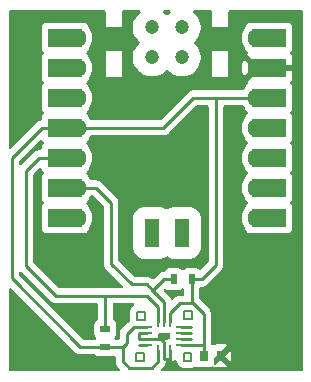
<source format=gtl>
G04 #@! TF.GenerationSoftware,KiCad,Pcbnew,9.0.1*
G04 #@! TF.CreationDate,2025-04-26T15:09:06-04:00*
G04 #@! TF.ProjectId,hello.LSM6DSV.RP2040,68656c6c-6f2e-44c5-934d-364453562e52,rev?*
G04 #@! TF.SameCoordinates,Original*
G04 #@! TF.FileFunction,Copper,L1,Top*
G04 #@! TF.FilePolarity,Positive*
%FSLAX46Y46*%
G04 Gerber Fmt 4.6, Leading zero omitted, Abs format (unit mm)*
G04 Created by KiCad (PCBNEW 9.0.1) date 2025-04-26 15:09:06*
%MOMM*%
%LPD*%
G01*
G04 APERTURE LIST*
G04 #@! TA.AperFunction,NonConductor*
%ADD10C,0.200000*%
G04 #@! TD*
G04 #@! TA.AperFunction,SMDPad,CuDef*
%ADD11C,1.600000*%
G04 #@! TD*
G04 #@! TA.AperFunction,SMDPad,CuDef*
%ADD12R,3.000000X1.600000*%
G04 #@! TD*
G04 #@! TA.AperFunction,SMDPad,CuDef*
%ADD13R,1.200000X2.400000*%
G04 #@! TD*
G04 #@! TA.AperFunction,SMDPad,CuDef*
%ADD14C,1.200000*%
G04 #@! TD*
G04 #@! TA.AperFunction,SMDPad,CuDef*
%ADD15R,0.889000X0.609600*%
G04 #@! TD*
G04 #@! TA.AperFunction,SMDPad,CuDef*
%ADD16R,0.609600X0.889000*%
G04 #@! TD*
G04 #@! TA.AperFunction,SMDPad,CuDef*
%ADD17R,0.838200X0.254000*%
G04 #@! TD*
G04 #@! TA.AperFunction,SMDPad,CuDef*
%ADD18R,0.254000X0.838200*%
G04 #@! TD*
G04 #@! TA.AperFunction,SMDPad,CuDef*
%ADD19R,0.730000X0.940000*%
G04 #@! TD*
G04 #@! TA.AperFunction,Conductor*
%ADD20C,0.250000*%
G04 #@! TD*
G04 APERTURE END LIST*
D10*
X142030000Y-87940000D02*
X142710000Y-87940000D01*
X142710000Y-88620000D01*
X142030000Y-88620000D01*
X142030000Y-87940000D01*
X138020000Y-91470000D02*
X138690000Y-91470000D01*
X138690000Y-92170000D01*
X138020000Y-92170000D01*
X138020000Y-91470000D01*
X142060000Y-91470000D02*
X142660000Y-91470000D01*
X142660000Y-92110000D01*
X142060000Y-92110000D01*
X142060000Y-91470000D01*
X138080000Y-87980000D02*
X138710000Y-87980000D01*
X138710000Y-88650000D01*
X138080000Y-88650000D01*
X138080000Y-87980000D01*
D11*
G04 #@! TO.P,M1,1,D0*
G04 #@! TO.N,unconnected-(M1-D0-Pad1)*
X132985000Y-64780000D03*
D12*
X131985000Y-64780000D03*
D11*
G04 #@! TO.P,M1,2,D1*
G04 #@! TO.N,unconnected-(M1-D1-Pad2)*
X132985000Y-67320000D03*
D12*
X131985000Y-67320000D03*
D11*
G04 #@! TO.P,M1,3,D2*
G04 #@! TO.N,unconnected-(M1-D2-Pad3)*
X132985000Y-69860000D03*
D12*
X131985000Y-69860000D03*
D11*
G04 #@! TO.P,M1,4,D3*
G04 #@! TO.N,3V3*
X132985000Y-72400000D03*
D12*
X131985000Y-72400000D03*
D11*
G04 #@! TO.P,M1,5,D4*
G04 #@! TO.N,SDA*
X132985000Y-74940000D03*
D12*
X131985000Y-74940000D03*
D11*
G04 #@! TO.P,M1,6,D5*
G04 #@! TO.N,SCL*
X132985000Y-77480000D03*
D12*
X131985000Y-77480000D03*
D11*
G04 #@! TO.P,M1,7,D6*
G04 #@! TO.N,unconnected-(M1-D6-Pad7)*
X132985000Y-80020000D03*
D12*
X131985000Y-80020000D03*
D11*
G04 #@! TO.P,M1,8,D7*
G04 #@! TO.N,unconnected-(M1-D7-Pad8)*
X148220000Y-80020000D03*
D12*
X149220000Y-80020000D03*
D11*
G04 #@! TO.P,M1,9,D8*
G04 #@! TO.N,unconnected-(M1-D8-Pad9)*
X148220000Y-77480000D03*
D12*
X149220000Y-77480000D03*
D11*
G04 #@! TO.P,M1,10,D9*
G04 #@! TO.N,unconnected-(M1-D9-Pad10)*
X148220000Y-74940000D03*
D12*
X149220000Y-74940000D03*
D11*
G04 #@! TO.P,M1,11,D10*
G04 #@! TO.N,unconnected-(M1-D10-Pad11)*
X148220000Y-72400000D03*
D12*
X149220000Y-72400000D03*
D11*
G04 #@! TO.P,M1,12,3V3*
G04 #@! TO.N,3V3*
X148220000Y-69860000D03*
D12*
X149220000Y-69860000D03*
D11*
G04 #@! TO.P,M1,13,GND*
G04 #@! TO.N,GND*
X148220000Y-67320000D03*
D12*
X149220000Y-67320000D03*
D11*
G04 #@! TO.P,M1,14,5V*
G04 #@! TO.N,unconnected-(M1-5V-Pad14)*
X148220000Y-64780000D03*
D12*
X149220000Y-64780000D03*
D13*
G04 #@! TO.P,M1,15,GND*
G04 #@! TO.N,unconnected-(M1-GND-Pad15)*
X141875000Y-81290000D03*
G04 #@! TO.P,M1,16,VIN*
G04 #@! TO.N,unconnected-(M1-VIN-Pad16)*
X139335000Y-81290000D03*
D14*
G04 #@! TO.P,M1,17,SWDIO*
G04 #@! TO.N,unconnected-(M1-SWDIO-Pad17)*
X139330000Y-63900000D03*
G04 #@! TO.P,M1,18,RESET*
G04 #@! TO.N,unconnected-(M1-RESET-Pad18)*
X139330000Y-66440000D03*
G04 #@! TO.P,M1,19,GND*
G04 #@! TO.N,unconnected-(M1-GND-Pad19)*
X141870000Y-66440000D03*
G04 #@! TO.P,M1,20,SWCLK*
G04 #@! TO.N,unconnected-(M1-SWCLK-Pad20)*
X141870000Y-63900000D03*
G04 #@! TD*
D15*
G04 #@! TO.P,R1,1*
G04 #@! TO.N,SDA*
X135370000Y-89451400D03*
G04 #@! TO.P,R1,2*
G04 #@! TO.N,3V3*
X135370000Y-90950000D03*
G04 #@! TD*
D16*
G04 #@! TO.P,R2,1*
G04 #@! TO.N,SCL*
X141190700Y-85220000D03*
G04 #@! TO.P,R2,2*
G04 #@! TO.N,3V3*
X142689300Y-85220000D03*
G04 #@! TD*
D17*
G04 #@! TO.P,U1,1,SDO/SA0*
G04 #@! TO.N,3V3*
X138934900Y-89299999D03*
G04 #@! TO.P,U1,2,SDX/AH1/QVAR1*
G04 #@! TO.N,GND*
X138934900Y-89800000D03*
G04 #@! TO.P,U1,3,SCX/AH2/QVAR2*
X138934900Y-90300000D03*
G04 #@! TO.P,U1,4,INT1*
G04 #@! TO.N,unconnected-(U1-INT1-Pad4)*
X138934900Y-90800001D03*
D18*
G04 #@! TO.P,U1,5,VDD_IO*
G04 #@! TO.N,3V3*
X139870001Y-91231100D03*
G04 #@! TO.P,U1,6,GND*
G04 #@! TO.N,GND*
X140370000Y-91231100D03*
G04 #@! TO.P,U1,7,GND*
X140869999Y-91231100D03*
D17*
G04 #@! TO.P,U1,8,VDD*
G04 #@! TO.N,3V3*
X141805100Y-90800001D03*
G04 #@! TO.P,U1,9,INT2*
G04 #@! TO.N,unconnected-(U1-INT2-Pad9)*
X141805100Y-90300000D03*
G04 #@! TO.P,U1,10,OCS_AUX*
G04 #@! TO.N,unconnected-(U1-OCS_AUX-Pad10)*
X141805100Y-89800000D03*
G04 #@! TO.P,U1,11,SDO_AUX*
G04 #@! TO.N,unconnected-(U1-SDO_AUX-Pad11)*
X141805100Y-89299999D03*
D18*
G04 #@! TO.P,U1,12,CS*
G04 #@! TO.N,3V3*
X140869999Y-88868900D03*
G04 #@! TO.P,U1,13,SCL*
G04 #@! TO.N,SCL*
X140370000Y-88868900D03*
G04 #@! TO.P,U1,14,SDA*
G04 #@! TO.N,SDA*
X139870001Y-88868900D03*
G04 #@! TD*
D19*
G04 #@! TO.P,C1,1,1*
G04 #@! TO.N,3V3*
X143730000Y-91710000D03*
G04 #@! TO.P,C1,2,2*
G04 #@! TO.N,GND*
X145150000Y-91710000D03*
G04 #@! TD*
D20*
G04 #@! TO.N,GND*
X138934900Y-89800000D02*
X138200000Y-89800000D01*
X138934900Y-90300000D02*
X140137001Y-90300000D01*
X140137001Y-90300000D02*
X140370000Y-90532999D01*
X138200000Y-89800000D02*
X138200000Y-90300000D01*
X140370000Y-92000000D02*
X140869999Y-92000000D01*
X140370000Y-91231100D02*
X140370000Y-92000000D01*
X140370000Y-90532999D02*
X140370000Y-91231100D01*
X138934900Y-90300000D02*
X138200000Y-90300000D01*
X140869999Y-92000000D02*
X140869999Y-91231100D01*
G04 #@! TO.N,3V3*
X144750000Y-84000000D02*
X144750000Y-69860000D01*
X136880000Y-92170000D02*
X136880000Y-90950000D01*
X137420000Y-92710000D02*
X136880000Y-92170000D01*
X144750000Y-69860000D02*
X142840000Y-69860000D01*
X133280000Y-90950000D02*
X127460000Y-85130000D01*
X142689300Y-85220000D02*
X143530000Y-85220000D01*
X143730000Y-90860001D02*
X143730000Y-88170000D01*
X141805100Y-90800001D02*
X143670000Y-90800001D01*
X143670000Y-90800001D02*
X143730000Y-90860001D01*
X140300000Y-72400000D02*
X132985000Y-72400000D01*
X137770001Y-89299999D02*
X137220000Y-89850000D01*
X143730000Y-88170000D02*
X142790000Y-87230000D01*
X127460000Y-85130000D02*
X127460000Y-74980000D01*
X136880000Y-90950000D02*
X135370000Y-90950000D01*
X138934900Y-89299999D02*
X137770001Y-89299999D01*
X139870001Y-91231100D02*
X139870001Y-92159999D01*
X130040000Y-72400000D02*
X132985000Y-72400000D01*
X142790000Y-87230000D02*
X141720000Y-87230000D01*
X142689300Y-87129300D02*
X142790000Y-87230000D01*
X140869999Y-88080001D02*
X140869999Y-88868900D01*
X143730000Y-91710000D02*
X143730000Y-90860001D01*
X143530000Y-85220000D02*
X144750000Y-84000000D01*
X137220000Y-89850000D02*
X137220000Y-90610000D01*
X141720000Y-87230000D02*
X140869999Y-88080001D01*
X142840000Y-69860000D02*
X140300000Y-72400000D01*
X135370000Y-90950000D02*
X133280000Y-90950000D01*
X137220000Y-90610000D02*
X136880000Y-90950000D01*
X139870001Y-92159999D02*
X139320000Y-92710000D01*
X142689300Y-85220000D02*
X142689300Y-87129300D01*
X148220000Y-69860000D02*
X144750000Y-69860000D01*
X139320000Y-92710000D02*
X137420000Y-92710000D01*
X127460000Y-74980000D02*
X130040000Y-72400000D01*
G04 #@! TO.N,SCL*
X139345000Y-86115000D02*
X138890000Y-85660000D01*
X138890000Y-85660000D02*
X137630000Y-85660000D01*
X140370000Y-87140000D02*
X139345000Y-86115000D01*
X140370000Y-88868900D02*
X140370000Y-87140000D01*
X141190700Y-85220000D02*
X140340000Y-85220000D01*
X139445000Y-86115000D02*
X139345000Y-86115000D01*
X135870000Y-83900000D02*
X135870000Y-78740000D01*
X135870000Y-78740000D02*
X134610000Y-77480000D01*
X134610000Y-77480000D02*
X132985000Y-77480000D01*
X137630000Y-85660000D02*
X135870000Y-83900000D01*
X140340000Y-85220000D02*
X139445000Y-86115000D01*
G04 #@! TO.N,SDA*
X135370000Y-89451400D02*
X135370000Y-86660000D01*
X131170000Y-86600000D02*
X128670000Y-84100000D01*
X135430000Y-86600000D02*
X131170000Y-86600000D01*
X139870001Y-87550001D02*
X138920000Y-86600000D01*
X128670000Y-76050000D02*
X129780000Y-74940000D01*
X138920000Y-86600000D02*
X135430000Y-86600000D01*
X129780000Y-74940000D02*
X132985000Y-74940000D01*
X135370000Y-86660000D02*
X135430000Y-86600000D01*
X128670000Y-84100000D02*
X128670000Y-76050000D01*
X139870001Y-88868900D02*
X139870001Y-87550001D01*
G04 #@! TO.N,unconnected-(U1-SDO_AUX-Pad11)*
X141805100Y-89299999D02*
X142600000Y-89300000D01*
G04 #@! TO.N,unconnected-(U1-OCS_AUX-Pad10)*
X141805100Y-89800000D02*
X142600000Y-89800000D01*
G04 #@! TO.N,unconnected-(U1-INT2-Pad9)*
X141805100Y-90300000D02*
X142600000Y-90300000D01*
G04 #@! TO.N,unconnected-(U1-INT1-Pad4)*
X138934900Y-90800001D02*
X138250000Y-90800000D01*
G04 #@! TD*
G04 #@! TA.AperFunction,Conductor*
G04 #@! TO.N,GND*
G36*
X135343039Y-62450185D02*
G01*
X135388794Y-62502989D01*
X135400000Y-62554500D01*
X135400000Y-63900000D01*
X136800000Y-63900000D01*
X136800000Y-62554500D01*
X136819685Y-62487461D01*
X136872489Y-62441706D01*
X136924000Y-62430500D01*
X138248026Y-62430500D01*
X138315065Y-62450185D01*
X138360820Y-62502989D01*
X138370764Y-62572147D01*
X138341739Y-62635703D01*
X138320912Y-62654818D01*
X138287345Y-62679205D01*
X138109205Y-62857345D01*
X138109201Y-62857350D01*
X137961132Y-63061151D01*
X137846760Y-63285616D01*
X137768910Y-63525214D01*
X137735261Y-63737664D01*
X137729500Y-63774038D01*
X137729500Y-64025962D01*
X137740972Y-64098390D01*
X137768910Y-64274785D01*
X137846760Y-64514383D01*
X137961132Y-64738848D01*
X138109201Y-64942649D01*
X138109205Y-64942654D01*
X138248870Y-65082319D01*
X138282355Y-65143642D01*
X138277371Y-65213334D01*
X138248870Y-65257681D01*
X138109205Y-65397345D01*
X138109201Y-65397350D01*
X137961132Y-65601151D01*
X137846760Y-65825616D01*
X137768910Y-66065214D01*
X137753452Y-66162811D01*
X137729500Y-66314038D01*
X137729500Y-66565962D01*
X137740972Y-66638390D01*
X137768910Y-66814785D01*
X137846760Y-67054383D01*
X137961132Y-67278848D01*
X138109201Y-67482649D01*
X138109205Y-67482654D01*
X138287345Y-67660794D01*
X138287350Y-67660798D01*
X138465117Y-67789952D01*
X138491155Y-67808870D01*
X138634184Y-67881747D01*
X138715616Y-67923239D01*
X138715618Y-67923239D01*
X138715621Y-67923241D01*
X138955215Y-68001090D01*
X139204038Y-68040500D01*
X139204039Y-68040500D01*
X139455961Y-68040500D01*
X139455962Y-68040500D01*
X139704785Y-68001090D01*
X139944379Y-67923241D01*
X140168845Y-67808870D01*
X140372656Y-67660793D01*
X140512319Y-67521130D01*
X140573642Y-67487645D01*
X140643334Y-67492629D01*
X140687681Y-67521130D01*
X140827345Y-67660794D01*
X140827350Y-67660798D01*
X141005117Y-67789952D01*
X141031155Y-67808870D01*
X141174184Y-67881747D01*
X141255616Y-67923239D01*
X141255618Y-67923239D01*
X141255621Y-67923241D01*
X141495215Y-68001090D01*
X141744038Y-68040500D01*
X141744039Y-68040500D01*
X141995961Y-68040500D01*
X141995962Y-68040500D01*
X142244785Y-68001090D01*
X142484379Y-67923241D01*
X142708845Y-67808870D01*
X142912656Y-67660793D01*
X143090793Y-67482656D01*
X143238870Y-67278845D01*
X143353241Y-67054379D01*
X143431090Y-66814785D01*
X143470500Y-66565962D01*
X143470500Y-66314038D01*
X143431090Y-66065215D01*
X143353241Y-65825621D01*
X143353239Y-65825618D01*
X143353239Y-65825616D01*
X143282856Y-65687483D01*
X143238870Y-65601155D01*
X143219952Y-65575117D01*
X143090798Y-65397350D01*
X143090794Y-65397345D01*
X142951130Y-65257681D01*
X142917645Y-65196358D01*
X142922629Y-65126666D01*
X142951130Y-65082319D01*
X143090793Y-64942656D01*
X143238870Y-64738845D01*
X143353241Y-64514379D01*
X143431090Y-64274785D01*
X143470500Y-64025962D01*
X143470500Y-63774038D01*
X143431090Y-63525215D01*
X143353241Y-63285621D01*
X143353239Y-63285618D01*
X143353239Y-63285616D01*
X143311747Y-63204184D01*
X143238870Y-63061155D01*
X143219952Y-63035117D01*
X143090798Y-62857350D01*
X143090794Y-62857345D01*
X142912654Y-62679205D01*
X142879088Y-62654818D01*
X142836423Y-62599488D01*
X142830444Y-62529875D01*
X142863050Y-62468080D01*
X142923889Y-62433722D01*
X142951974Y-62430500D01*
X144276000Y-62430500D01*
X144343039Y-62450185D01*
X144388794Y-62502989D01*
X144400000Y-62554500D01*
X144400000Y-63900000D01*
X145800000Y-63900000D01*
X145800000Y-62554500D01*
X145819685Y-62487461D01*
X145872489Y-62441706D01*
X145924000Y-62430500D01*
X151975500Y-62430500D01*
X152042539Y-62450185D01*
X152088294Y-62502989D01*
X152099500Y-62554500D01*
X152099500Y-92895500D01*
X152079815Y-92962539D01*
X152027011Y-93008294D01*
X151975500Y-93019500D01*
X140194451Y-93019500D01*
X140127412Y-92999815D01*
X140081657Y-92947011D01*
X140071713Y-92877853D01*
X140100738Y-92814297D01*
X140106749Y-92807839D01*
X140268730Y-92645859D01*
X140268734Y-92645857D01*
X140355859Y-92558732D01*
X140424312Y-92456285D01*
X140424313Y-92456284D01*
X140471464Y-92342450D01*
X140471597Y-92341784D01*
X140491162Y-92243416D01*
X140502911Y-92220954D01*
X140510915Y-92196900D01*
X140518833Y-92190517D01*
X140523546Y-92181508D01*
X140545574Y-92168963D01*
X140565314Y-92153053D01*
X140580179Y-92149257D01*
X140584261Y-92146933D01*
X140599511Y-92144321D01*
X140606731Y-92143544D01*
X140633256Y-92143543D01*
X140695157Y-92150199D01*
X140695171Y-92150200D01*
X140742999Y-92150200D01*
X140742999Y-91275784D01*
X140751644Y-91246340D01*
X140758167Y-91216358D01*
X140761397Y-91213127D01*
X140762684Y-91208745D01*
X140785871Y-91188652D01*
X140807572Y-91166952D01*
X140812036Y-91165980D01*
X140815488Y-91162990D01*
X140845859Y-91158622D01*
X140875845Y-91152100D01*
X140880124Y-91153696D01*
X140884646Y-91153046D01*
X140912562Y-91165795D01*
X140941309Y-91176517D01*
X140945737Y-91180945D01*
X140948202Y-91182071D01*
X140966259Y-91201466D01*
X140972267Y-91209491D01*
X140996683Y-91274952D01*
X140996999Y-91283799D01*
X140996999Y-92150200D01*
X141044827Y-92150200D01*
X141044843Y-92150199D01*
X141104371Y-92143798D01*
X141104378Y-92143796D01*
X141239085Y-92093554D01*
X141239089Y-92093552D01*
X141261187Y-92077009D01*
X141326650Y-92052590D01*
X141394924Y-92067440D01*
X141444330Y-92116844D01*
X141459500Y-92176274D01*
X141459500Y-92189057D01*
X141500414Y-92341748D01*
X141500423Y-92341783D01*
X141500426Y-92341790D01*
X141579475Y-92478709D01*
X141579479Y-92478714D01*
X141579480Y-92478716D01*
X141691284Y-92590520D01*
X141691286Y-92590521D01*
X141691290Y-92590524D01*
X141816694Y-92662925D01*
X141828216Y-92669577D01*
X141980943Y-92710500D01*
X141980945Y-92710500D01*
X142739055Y-92710500D01*
X142739057Y-92710500D01*
X142891784Y-92669577D01*
X142985830Y-92615279D01*
X143053729Y-92598807D01*
X143114689Y-92619906D01*
X143114886Y-92619546D01*
X143117028Y-92620716D01*
X143119756Y-92621660D01*
X143122139Y-92623400D01*
X143122665Y-92623793D01*
X143122671Y-92623797D01*
X143257517Y-92674091D01*
X143257516Y-92674091D01*
X143264444Y-92674835D01*
X143317127Y-92680500D01*
X144142872Y-92680499D01*
X144202483Y-92674091D01*
X144337331Y-92623796D01*
X144386955Y-92586647D01*
X144452417Y-92562229D01*
X144520690Y-92577079D01*
X144570097Y-92626484D01*
X144573133Y-92634625D01*
X144677620Y-92673596D01*
X144677627Y-92673598D01*
X144737155Y-92679999D01*
X144737172Y-92680000D01*
X145562828Y-92680000D01*
X145562844Y-92679999D01*
X145622376Y-92673598D01*
X145722647Y-92636198D01*
X145150001Y-92063552D01*
X145150000Y-92063552D01*
X144791705Y-92421845D01*
X144730382Y-92455330D01*
X144660690Y-92450346D01*
X144604757Y-92408474D01*
X144580340Y-92343010D01*
X144587844Y-92290826D01*
X144589091Y-92287483D01*
X144595500Y-92227873D01*
X144595499Y-91962306D01*
X144615183Y-91895270D01*
X144631818Y-91874627D01*
X144796447Y-91709999D01*
X145503552Y-91709999D01*
X145503552Y-91710000D01*
X146014999Y-92221448D01*
X146015000Y-92221447D01*
X146015000Y-91198552D01*
X146014999Y-91198551D01*
X145503552Y-91709999D01*
X144796447Y-91709999D01*
X144935491Y-91570956D01*
X144935493Y-91570954D01*
X144973224Y-91533224D01*
X145722647Y-90783800D01*
X145722646Y-90783799D01*
X145622382Y-90746403D01*
X145622372Y-90746401D01*
X145562844Y-90740000D01*
X144737155Y-90740000D01*
X144677627Y-90746401D01*
X144677620Y-90746403D01*
X144542905Y-90796648D01*
X144538921Y-90798824D01*
X144470647Y-90813673D01*
X144405184Y-90789252D01*
X144363316Y-90733316D01*
X144355500Y-90689989D01*
X144355500Y-88108394D01*
X144351925Y-88090425D01*
X144351924Y-88090420D01*
X144331463Y-87987549D01*
X144284312Y-87873715D01*
X144284310Y-87873712D01*
X144284309Y-87873709D01*
X144260305Y-87837786D01*
X144260304Y-87837785D01*
X144256080Y-87831463D01*
X144215858Y-87771267D01*
X144128733Y-87684142D01*
X144128729Y-87684139D01*
X143351119Y-86906529D01*
X143317634Y-86845206D01*
X143314800Y-86818848D01*
X143314800Y-86110254D01*
X143334485Y-86043215D01*
X143351125Y-86022566D01*
X143351638Y-86022051D01*
X143351646Y-86022046D01*
X143437896Y-85906831D01*
X143437896Y-85906828D01*
X143442309Y-85900935D01*
X143442948Y-85899003D01*
X143465243Y-85880955D01*
X143485529Y-85860669D01*
X143493336Y-85858214D01*
X143497255Y-85855043D01*
X143514234Y-85851646D01*
X143531434Y-85846240D01*
X143538178Y-85845500D01*
X143591607Y-85845500D01*
X143652029Y-85833481D01*
X143712452Y-85821463D01*
X143712455Y-85821461D01*
X143712458Y-85821461D01*
X143745787Y-85807654D01*
X143745786Y-85807654D01*
X143745792Y-85807652D01*
X143826286Y-85774312D01*
X143890412Y-85731463D01*
X143928733Y-85705858D01*
X144015858Y-85618733D01*
X144015858Y-85618731D01*
X144026066Y-85608524D01*
X144026067Y-85608521D01*
X145235858Y-84398733D01*
X145304312Y-84296285D01*
X145331932Y-84229603D01*
X145351463Y-84182452D01*
X145371354Y-84082452D01*
X145375501Y-84061606D01*
X145375501Y-83938393D01*
X145375501Y-83933283D01*
X145375500Y-83933257D01*
X145375500Y-70609500D01*
X145395185Y-70542461D01*
X145447989Y-70496706D01*
X145499500Y-70485500D01*
X147003886Y-70485500D01*
X147009172Y-70487052D01*
X147014574Y-70485961D01*
X147042341Y-70496791D01*
X147070925Y-70505185D01*
X147075891Y-70509878D01*
X147079667Y-70511351D01*
X147092053Y-70525152D01*
X147104249Y-70536677D01*
X147107440Y-70541076D01*
X147107713Y-70541610D01*
X147197466Y-70665147D01*
X147198544Y-70666632D01*
X147198794Y-70667335D01*
X147221471Y-70726201D01*
X147225909Y-70767483D01*
X147276202Y-70902328D01*
X147276206Y-70902335D01*
X147362452Y-71017544D01*
X147362453Y-71017544D01*
X147362454Y-71017546D01*
X147380070Y-71030733D01*
X147380071Y-71030734D01*
X147421941Y-71086668D01*
X147426925Y-71156360D01*
X147393439Y-71217683D01*
X147380071Y-71229266D01*
X147362452Y-71242455D01*
X147276206Y-71357664D01*
X147276202Y-71357671D01*
X147225908Y-71492517D01*
X147221470Y-71533802D01*
X147198499Y-71593432D01*
X147107715Y-71718386D01*
X147014781Y-71900776D01*
X146951522Y-72095465D01*
X146919500Y-72297648D01*
X146919500Y-72502351D01*
X146951522Y-72704534D01*
X147014781Y-72899223D01*
X147107712Y-73081608D01*
X147107713Y-73081610D01*
X147198500Y-73206571D01*
X147221471Y-73266201D01*
X147225909Y-73307483D01*
X147276202Y-73442328D01*
X147276206Y-73442335D01*
X147362452Y-73557544D01*
X147362453Y-73557544D01*
X147362454Y-73557546D01*
X147380070Y-73570733D01*
X147380071Y-73570734D01*
X147421941Y-73626668D01*
X147426925Y-73696360D01*
X147393439Y-73757683D01*
X147380071Y-73769266D01*
X147362452Y-73782455D01*
X147276206Y-73897664D01*
X147276202Y-73897671D01*
X147225908Y-74032517D01*
X147221470Y-74073802D01*
X147198499Y-74133432D01*
X147107715Y-74258386D01*
X147014781Y-74440776D01*
X146951522Y-74635465D01*
X146919500Y-74837648D01*
X146919500Y-75042351D01*
X146951522Y-75244534D01*
X147014781Y-75439223D01*
X147107712Y-75621608D01*
X147107713Y-75621610D01*
X147198500Y-75746571D01*
X147221471Y-75806201D01*
X147225909Y-75847483D01*
X147276202Y-75982328D01*
X147276206Y-75982335D01*
X147362452Y-76097544D01*
X147362453Y-76097544D01*
X147362454Y-76097546D01*
X147380070Y-76110733D01*
X147380071Y-76110734D01*
X147421941Y-76166668D01*
X147426925Y-76236360D01*
X147393439Y-76297683D01*
X147380071Y-76309266D01*
X147362452Y-76322455D01*
X147276206Y-76437664D01*
X147276202Y-76437671D01*
X147225908Y-76572517D01*
X147221470Y-76613802D01*
X147198499Y-76673432D01*
X147107715Y-76798386D01*
X147014781Y-76980776D01*
X146951522Y-77175465D01*
X146919500Y-77377648D01*
X146919500Y-77582351D01*
X146951522Y-77784534D01*
X147014781Y-77979223D01*
X147107712Y-78161608D01*
X147107713Y-78161610D01*
X147198500Y-78286571D01*
X147221471Y-78346201D01*
X147225909Y-78387483D01*
X147276202Y-78522328D01*
X147276205Y-78522333D01*
X147362452Y-78637544D01*
X147362453Y-78637544D01*
X147362454Y-78637546D01*
X147380070Y-78650733D01*
X147380071Y-78650734D01*
X147421941Y-78706668D01*
X147426925Y-78776360D01*
X147393439Y-78837683D01*
X147380071Y-78849266D01*
X147362452Y-78862455D01*
X147276206Y-78977664D01*
X147276202Y-78977671D01*
X147225908Y-79112517D01*
X147221470Y-79153802D01*
X147198499Y-79213432D01*
X147107715Y-79338386D01*
X147014781Y-79520776D01*
X146951522Y-79715465D01*
X146919500Y-79917648D01*
X146919500Y-80122351D01*
X146951522Y-80324534D01*
X147014781Y-80519223D01*
X147107712Y-80701608D01*
X147107713Y-80701610D01*
X147198500Y-80826571D01*
X147221471Y-80886201D01*
X147225909Y-80927483D01*
X147276202Y-81062328D01*
X147276206Y-81062335D01*
X147362452Y-81177544D01*
X147362455Y-81177547D01*
X147477664Y-81263793D01*
X147477671Y-81263797D01*
X147522618Y-81280561D01*
X147612517Y-81314091D01*
X147672127Y-81320500D01*
X148092980Y-81320499D01*
X148092986Y-81320500D01*
X148117648Y-81320500D01*
X148347015Y-81320500D01*
X148347019Y-81320499D01*
X150767871Y-81320499D01*
X150767872Y-81320499D01*
X150827483Y-81314091D01*
X150962331Y-81263796D01*
X151077546Y-81177546D01*
X151163796Y-81062331D01*
X151214091Y-80927483D01*
X151220500Y-80867873D01*
X151220499Y-79172128D01*
X151214091Y-79112517D01*
X151205506Y-79089500D01*
X151163797Y-78977671D01*
X151163793Y-78977664D01*
X151077547Y-78862455D01*
X151077546Y-78862454D01*
X151059930Y-78849267D01*
X151018058Y-78793334D01*
X151013074Y-78723642D01*
X151046558Y-78662319D01*
X151059930Y-78650733D01*
X151077546Y-78637546D01*
X151163796Y-78522331D01*
X151214091Y-78387483D01*
X151220500Y-78327873D01*
X151220499Y-76632128D01*
X151214091Y-76572517D01*
X151163796Y-76437669D01*
X151163795Y-76437668D01*
X151163793Y-76437664D01*
X151077547Y-76322455D01*
X151077546Y-76322454D01*
X151059930Y-76309267D01*
X151018058Y-76253334D01*
X151013074Y-76183642D01*
X151046558Y-76122319D01*
X151059930Y-76110733D01*
X151077546Y-76097546D01*
X151163796Y-75982331D01*
X151214091Y-75847483D01*
X151220500Y-75787873D01*
X151220499Y-74092128D01*
X151214091Y-74032517D01*
X151163796Y-73897669D01*
X151163795Y-73897668D01*
X151163793Y-73897664D01*
X151077547Y-73782455D01*
X151077546Y-73782454D01*
X151059930Y-73769267D01*
X151018058Y-73713334D01*
X151013074Y-73643642D01*
X151046558Y-73582319D01*
X151059930Y-73570733D01*
X151077546Y-73557546D01*
X151163796Y-73442331D01*
X151214091Y-73307483D01*
X151220500Y-73247873D01*
X151220499Y-71552128D01*
X151214091Y-71492517D01*
X151163796Y-71357669D01*
X151163795Y-71357668D01*
X151163793Y-71357664D01*
X151077547Y-71242455D01*
X151077546Y-71242454D01*
X151059930Y-71229267D01*
X151018058Y-71173334D01*
X151013074Y-71103642D01*
X151046558Y-71042319D01*
X151059930Y-71030733D01*
X151077546Y-71017546D01*
X151163796Y-70902331D01*
X151214091Y-70767483D01*
X151220500Y-70707873D01*
X151220499Y-69012128D01*
X151214091Y-68952517D01*
X151163796Y-68817669D01*
X151163795Y-68817668D01*
X151163793Y-68817664D01*
X151077547Y-68702455D01*
X151059511Y-68688953D01*
X151017640Y-68633019D01*
X151012657Y-68563327D01*
X151046143Y-68502004D01*
X151059515Y-68490418D01*
X151077191Y-68477186D01*
X151163350Y-68362093D01*
X151163354Y-68362086D01*
X151213596Y-68227379D01*
X151213598Y-68227372D01*
X151219999Y-68167844D01*
X151220000Y-68167827D01*
X151220000Y-67570000D01*
X149344000Y-67570000D01*
X149276961Y-67550315D01*
X149231206Y-67497511D01*
X149220000Y-67446000D01*
X149220000Y-67194000D01*
X149239685Y-67126961D01*
X149292489Y-67081206D01*
X149344000Y-67070000D01*
X151220000Y-67070000D01*
X151220000Y-66472172D01*
X151219999Y-66472155D01*
X151213598Y-66412627D01*
X151213596Y-66412620D01*
X151163354Y-66277913D01*
X151163350Y-66277906D01*
X151077190Y-66162812D01*
X151077189Y-66162811D01*
X151059513Y-66149579D01*
X151017641Y-66093646D01*
X151012657Y-66023954D01*
X151046142Y-65962631D01*
X151059500Y-65951055D01*
X151077546Y-65937546D01*
X151163796Y-65822331D01*
X151214091Y-65687483D01*
X151220500Y-65627873D01*
X151220499Y-63932128D01*
X151214091Y-63872517D01*
X151163796Y-63737669D01*
X151163795Y-63737668D01*
X151163793Y-63737664D01*
X151077547Y-63622455D01*
X151077544Y-63622452D01*
X150962335Y-63536206D01*
X150962328Y-63536202D01*
X150827482Y-63485908D01*
X150827483Y-63485908D01*
X150767883Y-63479501D01*
X150767881Y-63479500D01*
X150767873Y-63479500D01*
X148322356Y-63479500D01*
X148322352Y-63479500D01*
X148117648Y-63479500D01*
X148117642Y-63479500D01*
X147672129Y-63479500D01*
X147672123Y-63479501D01*
X147612516Y-63485908D01*
X147477671Y-63536202D01*
X147477664Y-63536206D01*
X147362455Y-63622452D01*
X147362452Y-63622455D01*
X147276206Y-63737664D01*
X147276202Y-63737671D01*
X147225908Y-63872517D01*
X147221470Y-63913802D01*
X147198499Y-63973432D01*
X147107715Y-64098386D01*
X147014781Y-64280776D01*
X146951522Y-64475465D01*
X146919500Y-64677648D01*
X146919500Y-64882351D01*
X146951522Y-65084534D01*
X147014781Y-65279223D01*
X147107712Y-65461608D01*
X147107713Y-65461610D01*
X147198500Y-65586571D01*
X147221471Y-65646201D01*
X147225909Y-65687483D01*
X147276202Y-65822328D01*
X147276206Y-65822335D01*
X147362452Y-65937544D01*
X147362453Y-65937544D01*
X147362454Y-65937546D01*
X147380486Y-65951045D01*
X147422357Y-66006976D01*
X147427343Y-66076667D01*
X147393859Y-66137991D01*
X147393553Y-66138255D01*
X147393436Y-66139884D01*
X148309095Y-67055542D01*
X148342580Y-67116865D01*
X148337596Y-67186556D01*
X148309096Y-67230904D01*
X148220000Y-67320000D01*
X148309095Y-67409095D01*
X148342580Y-67470418D01*
X148337596Y-67540110D01*
X148309095Y-67584457D01*
X147393436Y-68500114D01*
X147394037Y-68508522D01*
X147422357Y-68546353D01*
X147427342Y-68616044D01*
X147393858Y-68677368D01*
X147380490Y-68688951D01*
X147362455Y-68702452D01*
X147362452Y-68702455D01*
X147276206Y-68817664D01*
X147276202Y-68817671D01*
X147225908Y-68952517D01*
X147221470Y-68993802D01*
X147215758Y-69008640D01*
X147214995Y-69022146D01*
X147198576Y-69053285D01*
X147198542Y-69053372D01*
X147107713Y-69178390D01*
X147107442Y-69178921D01*
X147104247Y-69183325D01*
X147080262Y-69201842D01*
X147057792Y-69222169D01*
X147052312Y-69223422D01*
X147048943Y-69226024D01*
X147036072Y-69227137D01*
X147003885Y-69234500D01*
X142778388Y-69234500D01*
X142657555Y-69258535D01*
X142657547Y-69258537D01*
X142543716Y-69305687D01*
X142461265Y-69360780D01*
X142441266Y-69374142D01*
X142441260Y-69374147D01*
X140077229Y-71738181D01*
X140015906Y-71771666D01*
X139989548Y-71774500D01*
X134201115Y-71774500D01*
X134195829Y-71772947D01*
X134190428Y-71774039D01*
X134162659Y-71763208D01*
X134134076Y-71754815D01*
X134129110Y-71750122D01*
X134125335Y-71748650D01*
X134112923Y-71734825D01*
X134100753Y-71723324D01*
X134097556Y-71718918D01*
X134097287Y-71718390D01*
X134006501Y-71593432D01*
X134006500Y-71593430D01*
X134006499Y-71593429D01*
X134006456Y-71593369D01*
X134006205Y-71592664D01*
X133983528Y-71533797D01*
X133979091Y-71492516D01*
X133928797Y-71357671D01*
X133928793Y-71357664D01*
X133842547Y-71242455D01*
X133842546Y-71242454D01*
X133824930Y-71229267D01*
X133783058Y-71173334D01*
X133778074Y-71103642D01*
X133811558Y-71042319D01*
X133824930Y-71030733D01*
X133842546Y-71017546D01*
X133928796Y-70902331D01*
X133979091Y-70767483D01*
X133983530Y-70726191D01*
X134006499Y-70666567D01*
X134097287Y-70541610D01*
X134190220Y-70359219D01*
X134253477Y-70164534D01*
X134285500Y-69962352D01*
X134285500Y-69757648D01*
X134253477Y-69555466D01*
X134190220Y-69360781D01*
X134190218Y-69360778D01*
X134190218Y-69360776D01*
X134138123Y-69258535D01*
X134097287Y-69178390D01*
X134006499Y-69053429D01*
X133983528Y-68993797D01*
X133979091Y-68952516D01*
X133928797Y-68817671D01*
X133928793Y-68817664D01*
X133842547Y-68702455D01*
X133842546Y-68702454D01*
X133824930Y-68689267D01*
X133783058Y-68633334D01*
X133778074Y-68563642D01*
X133811558Y-68502319D01*
X133824930Y-68490733D01*
X133825351Y-68490418D01*
X133842546Y-68477546D01*
X133928796Y-68362331D01*
X133979091Y-68227483D01*
X133983530Y-68186191D01*
X134006499Y-68126567D01*
X134025801Y-68100000D01*
X135400000Y-68100000D01*
X136800000Y-68100000D01*
X144400000Y-68100000D01*
X145800000Y-68100000D01*
X145800000Y-67217682D01*
X146920000Y-67217682D01*
X146920000Y-67422317D01*
X146952009Y-67624417D01*
X147015244Y-67819031D01*
X147108141Y-68001350D01*
X147108147Y-68001359D01*
X147140523Y-68045921D01*
X147140524Y-68045922D01*
X147866446Y-67320001D01*
X147866446Y-67319999D01*
X147140524Y-66594077D01*
X147140523Y-66594077D01*
X147108143Y-66638644D01*
X147015244Y-66820968D01*
X146952009Y-67015582D01*
X146920000Y-67217682D01*
X145800000Y-67217682D01*
X145800000Y-65900000D01*
X144400000Y-65900000D01*
X144400000Y-68100000D01*
X136800000Y-68100000D01*
X136800000Y-65900000D01*
X135400000Y-65900000D01*
X135400000Y-68100000D01*
X134025801Y-68100000D01*
X134097287Y-68001610D01*
X134190220Y-67819219D01*
X134253477Y-67624534D01*
X134285500Y-67422352D01*
X134285500Y-67217648D01*
X134263889Y-67081206D01*
X134253477Y-67015465D01*
X134224127Y-66925137D01*
X134190220Y-66820781D01*
X134190218Y-66820778D01*
X134190218Y-66820776D01*
X134097416Y-66638644D01*
X134097287Y-66638390D01*
X134006499Y-66513429D01*
X133983528Y-66453797D01*
X133979091Y-66412516D01*
X133928797Y-66277671D01*
X133928793Y-66277664D01*
X133842547Y-66162455D01*
X133842546Y-66162454D01*
X133824930Y-66149267D01*
X133783058Y-66093334D01*
X133778074Y-66023642D01*
X133811558Y-65962319D01*
X133824930Y-65950733D01*
X133842546Y-65937546D01*
X133928796Y-65822331D01*
X133979091Y-65687483D01*
X133984714Y-65635178D01*
X133987832Y-65624550D01*
X133997916Y-65608848D01*
X134006499Y-65586567D01*
X134097287Y-65461610D01*
X134190220Y-65279219D01*
X134253477Y-65084534D01*
X134285500Y-64882352D01*
X134285500Y-64677648D01*
X134253477Y-64475466D01*
X134190220Y-64280781D01*
X134190218Y-64280778D01*
X134190218Y-64280776D01*
X134142077Y-64186296D01*
X134097287Y-64098390D01*
X134006499Y-63973429D01*
X133983528Y-63913797D01*
X133979091Y-63872516D01*
X133928797Y-63737671D01*
X133928793Y-63737664D01*
X133842547Y-63622455D01*
X133842544Y-63622452D01*
X133727335Y-63536206D01*
X133727328Y-63536202D01*
X133592482Y-63485908D01*
X133592483Y-63485908D01*
X133532883Y-63479501D01*
X133532881Y-63479500D01*
X133532873Y-63479500D01*
X133087352Y-63479500D01*
X132882648Y-63479500D01*
X132882646Y-63479500D01*
X130437129Y-63479500D01*
X130437123Y-63479501D01*
X130377516Y-63485908D01*
X130242671Y-63536202D01*
X130242664Y-63536206D01*
X130127455Y-63622452D01*
X130127452Y-63622455D01*
X130041206Y-63737664D01*
X130041202Y-63737671D01*
X129990908Y-63872517D01*
X129986470Y-63913802D01*
X129984501Y-63932123D01*
X129984500Y-63932135D01*
X129984500Y-65627870D01*
X129984501Y-65627876D01*
X129990908Y-65687483D01*
X130041202Y-65822328D01*
X130041206Y-65822335D01*
X130127452Y-65937544D01*
X130127453Y-65937544D01*
X130127454Y-65937546D01*
X130145070Y-65950733D01*
X130145071Y-65950734D01*
X130186941Y-66006668D01*
X130191925Y-66076360D01*
X130158439Y-66137683D01*
X130145071Y-66149266D01*
X130127452Y-66162455D01*
X130041206Y-66277664D01*
X130041202Y-66277671D01*
X129990908Y-66412517D01*
X129984501Y-66472116D01*
X129984500Y-66472135D01*
X129984500Y-68167870D01*
X129984501Y-68167876D01*
X129990908Y-68227483D01*
X130041202Y-68362328D01*
X130041206Y-68362335D01*
X130127452Y-68477544D01*
X130127453Y-68477544D01*
X130127454Y-68477546D01*
X130144649Y-68490418D01*
X130145071Y-68490734D01*
X130186941Y-68546668D01*
X130191925Y-68616360D01*
X130158439Y-68677683D01*
X130145071Y-68689266D01*
X130127452Y-68702455D01*
X130041206Y-68817664D01*
X130041202Y-68817671D01*
X129990908Y-68952517D01*
X129986470Y-68993802D01*
X129984501Y-69012123D01*
X129984500Y-69012135D01*
X129984500Y-70707870D01*
X129984501Y-70707876D01*
X129990908Y-70767483D01*
X130041202Y-70902328D01*
X130041206Y-70902335D01*
X130127452Y-71017544D01*
X130127453Y-71017544D01*
X130127454Y-71017546D01*
X130145070Y-71030733D01*
X130145071Y-71030734D01*
X130186941Y-71086668D01*
X130191925Y-71156360D01*
X130158439Y-71217683D01*
X130145071Y-71229266D01*
X130127452Y-71242455D01*
X130041206Y-71357664D01*
X130041202Y-71357671D01*
X129990908Y-71492517D01*
X129986470Y-71533802D01*
X129984501Y-71552123D01*
X129984500Y-71552135D01*
X129984500Y-71671520D01*
X129964815Y-71738559D01*
X129912011Y-71784314D01*
X129884693Y-71793137D01*
X129857554Y-71798535D01*
X129857550Y-71798536D01*
X129857548Y-71798537D01*
X129824207Y-71812347D01*
X129743719Y-71845684D01*
X129743705Y-71845692D01*
X129641272Y-71914138D01*
X129641264Y-71914144D01*
X127432181Y-74123228D01*
X127370858Y-74156713D01*
X127301166Y-74151729D01*
X127245233Y-74109857D01*
X127220816Y-74044393D01*
X127220500Y-74035547D01*
X127220500Y-62554500D01*
X127240185Y-62487461D01*
X127292989Y-62441706D01*
X127344500Y-62430500D01*
X135276000Y-62430500D01*
X135343039Y-62450185D01*
G37*
G04 #@! TD.AperFunction*
G04 #@! TA.AperFunction,Conductor*
G36*
X140135514Y-89782089D02*
G01*
X140135517Y-89782091D01*
X140195127Y-89788500D01*
X140544872Y-89788499D01*
X140604483Y-89782091D01*
X140604486Y-89782089D01*
X140606743Y-89781847D01*
X140633253Y-89781847D01*
X140635513Y-89782089D01*
X140635516Y-89782091D01*
X140695126Y-89788500D01*
X140761500Y-89788499D01*
X140766967Y-89790105D01*
X140772560Y-89788993D01*
X140800122Y-89799839D01*
X140828538Y-89808183D01*
X140832271Y-89812491D01*
X140837576Y-89814579D01*
X140854895Y-89838599D01*
X140874294Y-89860986D01*
X140875978Y-89867840D01*
X140878439Y-89871253D01*
X140882165Y-89893020D01*
X140885323Y-89905870D01*
X140885500Y-89909188D01*
X140885501Y-89974872D01*
X140891909Y-90034483D01*
X140892259Y-90035422D01*
X140892685Y-90043374D01*
X140892152Y-90045628D01*
X140892152Y-90063257D01*
X140891909Y-90065516D01*
X140891909Y-90065517D01*
X140885500Y-90125127D01*
X140885500Y-90125132D01*
X140885500Y-90125133D01*
X140885500Y-90188000D01*
X140865815Y-90255039D01*
X140813011Y-90300794D01*
X140761500Y-90312000D01*
X140695171Y-90312000D01*
X140695152Y-90312001D01*
X140633254Y-90318656D01*
X140606743Y-90318656D01*
X140544844Y-90312000D01*
X140497000Y-90312000D01*
X140497000Y-90313371D01*
X140493204Y-90326296D01*
X140494165Y-90339735D01*
X140483552Y-90359168D01*
X140477315Y-90380410D01*
X140467135Y-90389230D01*
X140460677Y-90401057D01*
X140441241Y-90411668D01*
X140424511Y-90426165D01*
X140411176Y-90428082D01*
X140399352Y-90434538D01*
X140377269Y-90432957D01*
X140355353Y-90436109D01*
X140341581Y-90430404D01*
X140329661Y-90429551D01*
X140298685Y-90412634D01*
X140292685Y-90408142D01*
X140250816Y-90352207D01*
X140243686Y-90312686D01*
X140243000Y-90312000D01*
X140195166Y-90312000D01*
X140135596Y-90318404D01*
X140115811Y-90318942D01*
X140105844Y-90318416D01*
X140104484Y-90317909D01*
X140044874Y-90311500D01*
X139974729Y-90311500D01*
X139971468Y-90311328D01*
X139941466Y-90300772D01*
X139910961Y-90291815D01*
X139908747Y-90289260D01*
X139905559Y-90288139D01*
X139886027Y-90263040D01*
X139865206Y-90239011D01*
X139864382Y-90235225D01*
X139862649Y-90232998D01*
X139861761Y-90223179D01*
X139854000Y-90187500D01*
X139854000Y-90125172D01*
X139853999Y-90125158D01*
X139847343Y-90063257D01*
X139847343Y-90036743D01*
X139853999Y-89974841D01*
X139854000Y-89974827D01*
X139854000Y-89912499D01*
X139873685Y-89845460D01*
X139926489Y-89799705D01*
X139978000Y-89788499D01*
X140044872Y-89788499D01*
X140044873Y-89788499D01*
X140104484Y-89782091D01*
X140104487Y-89782089D01*
X140106744Y-89781847D01*
X140133254Y-89781847D01*
X140135514Y-89782089D01*
G37*
G04 #@! TD.AperFunction*
G04 #@! TD*
G04 #@! TA.AperFunction,NonConductor*
G36*
X140855065Y-62450185D02*
G01*
X140900820Y-62502989D01*
X140910764Y-62572147D01*
X140881739Y-62635703D01*
X140860912Y-62654818D01*
X140827345Y-62679205D01*
X140687681Y-62818870D01*
X140626358Y-62852355D01*
X140556666Y-62847371D01*
X140512319Y-62818870D01*
X140372654Y-62679205D01*
X140339088Y-62654818D01*
X140296423Y-62599488D01*
X140290444Y-62529875D01*
X140323050Y-62468080D01*
X140383889Y-62433722D01*
X140411974Y-62430500D01*
X140788026Y-62430500D01*
X140855065Y-62450185D01*
G37*
G04 #@! TD.AperFunction*
G04 #@! TA.AperFunction,NonConductor*
G36*
X129981234Y-73422563D02*
G01*
X130002983Y-73424119D01*
X130014042Y-73432398D01*
X130027276Y-73436365D01*
X130053819Y-73459628D01*
X130056462Y-73462714D01*
X130127454Y-73557546D01*
X130156027Y-73578935D01*
X130164929Y-73589327D01*
X130193594Y-73653046D01*
X130183261Y-73722147D01*
X130145071Y-73769266D01*
X130127452Y-73782455D01*
X130041206Y-73897664D01*
X130041202Y-73897671D01*
X129990908Y-74032517D01*
X129986470Y-74073802D01*
X129984501Y-74092123D01*
X129984500Y-74092135D01*
X129984500Y-74190500D01*
X129983071Y-74195365D01*
X129984110Y-74200331D01*
X129973324Y-74228558D01*
X129964815Y-74257539D01*
X129960982Y-74260859D01*
X129959172Y-74265599D01*
X129934836Y-74283515D01*
X129912011Y-74303294D01*
X129905882Y-74304832D01*
X129902907Y-74307023D01*
X129883579Y-74310430D01*
X129868360Y-74314251D01*
X129864440Y-74314500D01*
X129841607Y-74314500D01*
X129718393Y-74314500D01*
X129657971Y-74326518D01*
X129637508Y-74330588D01*
X129597550Y-74338536D01*
X129597548Y-74338537D01*
X129564207Y-74352347D01*
X129483719Y-74385684D01*
X129483705Y-74385692D01*
X129381272Y-74454138D01*
X129381264Y-74454144D01*
X128297181Y-75538228D01*
X128235858Y-75571713D01*
X128166166Y-75566729D01*
X128110233Y-75524857D01*
X128085816Y-75459393D01*
X128085500Y-75450547D01*
X128085500Y-75290451D01*
X128105185Y-75223412D01*
X128121814Y-75202775D01*
X129871970Y-73452618D01*
X129884092Y-73445999D01*
X129893199Y-73435609D01*
X129914155Y-73429583D01*
X129933291Y-73419135D01*
X129947071Y-73420120D01*
X129960349Y-73416303D01*
X129981234Y-73422563D01*
G37*
G04 #@! TD.AperFunction*
G04 #@! TA.AperFunction,NonConductor*
G36*
X144067539Y-70505185D02*
G01*
X144113294Y-70557989D01*
X144124500Y-70609500D01*
X144124500Y-83689547D01*
X144104815Y-83756586D01*
X144088181Y-83777228D01*
X143482414Y-84382994D01*
X143421091Y-84416479D01*
X143351399Y-84411495D01*
X143320422Y-84394580D01*
X143304945Y-84382994D01*
X143236431Y-84331704D01*
X143236430Y-84331703D01*
X143236428Y-84331702D01*
X143101586Y-84281410D01*
X143101585Y-84281409D01*
X143101583Y-84281409D01*
X143041973Y-84275000D01*
X143041963Y-84275000D01*
X142336629Y-84275000D01*
X142336623Y-84275001D01*
X142277016Y-84281408D01*
X142142171Y-84331702D01*
X142142164Y-84331706D01*
X142019855Y-84423268D01*
X142018915Y-84422013D01*
X141966358Y-84450712D01*
X141896666Y-84445728D01*
X141860656Y-84422585D01*
X141860145Y-84423268D01*
X141737835Y-84331706D01*
X141737828Y-84331702D01*
X141602986Y-84281410D01*
X141602985Y-84281409D01*
X141602983Y-84281409D01*
X141543373Y-84275000D01*
X141543363Y-84275000D01*
X140838029Y-84275000D01*
X140838023Y-84275001D01*
X140778416Y-84281408D01*
X140643571Y-84331702D01*
X140643564Y-84331706D01*
X140528355Y-84417952D01*
X140528352Y-84417955D01*
X140437210Y-84539704D01*
X140436507Y-84541780D01*
X140414429Y-84559371D01*
X140394471Y-84579331D01*
X140386136Y-84581915D01*
X140381863Y-84585321D01*
X140363629Y-84588895D01*
X140347618Y-84593861D01*
X140341350Y-84594500D01*
X140278393Y-84594500D01*
X140217971Y-84606518D01*
X140157548Y-84618537D01*
X140157546Y-84618537D01*
X140157545Y-84618538D01*
X140157543Y-84618538D01*
X140140737Y-84625500D01*
X140043713Y-84665688D01*
X140043708Y-84665690D01*
X139941272Y-84734138D01*
X139941264Y-84734144D01*
X139854139Y-84821270D01*
X139482681Y-85192727D01*
X139481909Y-85193148D01*
X139481476Y-85193917D01*
X139451263Y-85209882D01*
X139421358Y-85226212D01*
X139420480Y-85226149D01*
X139419701Y-85226561D01*
X139385705Y-85223662D01*
X139351666Y-85221228D01*
X139350669Y-85220674D01*
X139350084Y-85220625D01*
X139347261Y-85218783D01*
X139319341Y-85203289D01*
X139312985Y-85198394D01*
X139288733Y-85174142D01*
X139237509Y-85139915D01*
X139234050Y-85137604D01*
X139234044Y-85137599D01*
X139186287Y-85105689D01*
X139186286Y-85105688D01*
X139186283Y-85105686D01*
X139186280Y-85105685D01*
X139103692Y-85071477D01*
X139103690Y-85071476D01*
X139096246Y-85068393D01*
X139072452Y-85058537D01*
X139012029Y-85046518D01*
X139007979Y-85045712D01*
X139007970Y-85045710D01*
X138951610Y-85034500D01*
X138951607Y-85034500D01*
X138951606Y-85034500D01*
X137940452Y-85034500D01*
X137873413Y-85014815D01*
X137852771Y-84998181D01*
X136531819Y-83677229D01*
X136498334Y-83615906D01*
X136495500Y-83589548D01*
X136495500Y-80031966D01*
X137734500Y-80031966D01*
X137734500Y-82548028D01*
X137734501Y-82548034D01*
X137745113Y-82667415D01*
X137801089Y-82863045D01*
X137801090Y-82863048D01*
X137801091Y-82863049D01*
X137895302Y-83043407D01*
X137895304Y-83043409D01*
X138023890Y-83201109D01*
X138110113Y-83271414D01*
X138181593Y-83329698D01*
X138361951Y-83423909D01*
X138557582Y-83479886D01*
X138676963Y-83490500D01*
X139993036Y-83490499D01*
X140112418Y-83479886D01*
X140308049Y-83423909D01*
X140488407Y-83329698D01*
X140526639Y-83298523D01*
X140591034Y-83271414D01*
X140659864Y-83283423D01*
X140683359Y-83298522D01*
X140721593Y-83329698D01*
X140901951Y-83423909D01*
X141097582Y-83479886D01*
X141216963Y-83490500D01*
X142533036Y-83490499D01*
X142652418Y-83479886D01*
X142848049Y-83423909D01*
X143028407Y-83329698D01*
X143186109Y-83201109D01*
X143314698Y-83043407D01*
X143408909Y-82863049D01*
X143464886Y-82667418D01*
X143475500Y-82548037D01*
X143475499Y-80031964D01*
X143464886Y-79912582D01*
X143408909Y-79716951D01*
X143314698Y-79536593D01*
X143262684Y-79472803D01*
X143186109Y-79378890D01*
X143066639Y-79281476D01*
X143028407Y-79250302D01*
X142848049Y-79156091D01*
X142848048Y-79156090D01*
X142848045Y-79156089D01*
X142730829Y-79122550D01*
X142652418Y-79100114D01*
X142652415Y-79100113D01*
X142652413Y-79100113D01*
X142586102Y-79094217D01*
X142533037Y-79089500D01*
X142533032Y-79089500D01*
X141216971Y-79089500D01*
X141216965Y-79089500D01*
X141216964Y-79089501D01*
X141205316Y-79090536D01*
X141097584Y-79100113D01*
X140901954Y-79156089D01*
X140721587Y-79250305D01*
X140683360Y-79281476D01*
X140618964Y-79308585D01*
X140550134Y-79296575D01*
X140526640Y-79281476D01*
X140488412Y-79250305D01*
X140488408Y-79250303D01*
X140488407Y-79250302D01*
X140308049Y-79156091D01*
X140308048Y-79156090D01*
X140308045Y-79156089D01*
X140190829Y-79122550D01*
X140112418Y-79100114D01*
X140112415Y-79100113D01*
X140112413Y-79100113D01*
X140046102Y-79094217D01*
X139993037Y-79089500D01*
X139993032Y-79089500D01*
X138676971Y-79089500D01*
X138676965Y-79089500D01*
X138676964Y-79089501D01*
X138665316Y-79090536D01*
X138557584Y-79100113D01*
X138361954Y-79156089D01*
X138307513Y-79184527D01*
X138181593Y-79250302D01*
X138181591Y-79250303D01*
X138181590Y-79250304D01*
X138023890Y-79378890D01*
X137895304Y-79536590D01*
X137801089Y-79716954D01*
X137745114Y-79912583D01*
X137745113Y-79912586D01*
X137734500Y-80031966D01*
X136495500Y-80031966D01*
X136495500Y-78678393D01*
X136495499Y-78678389D01*
X136471464Y-78557553D01*
X136471463Y-78557552D01*
X136471463Y-78557548D01*
X136456876Y-78522331D01*
X136424312Y-78443714D01*
X136390084Y-78392490D01*
X136355858Y-78341267D01*
X136355856Y-78341264D01*
X136265637Y-78251045D01*
X136265606Y-78251016D01*
X135103150Y-77088560D01*
X135095860Y-77081270D01*
X135095858Y-77081267D01*
X135008733Y-76994142D01*
X134957509Y-76959915D01*
X134906286Y-76925688D01*
X134906283Y-76925686D01*
X134906280Y-76925685D01*
X134832603Y-76895168D01*
X134832601Y-76895167D01*
X134825792Y-76892347D01*
X134792452Y-76878537D01*
X134732029Y-76866518D01*
X134727306Y-76865578D01*
X134727304Y-76865578D01*
X134671610Y-76854500D01*
X134671607Y-76854500D01*
X134671606Y-76854500D01*
X134201115Y-76854500D01*
X134195829Y-76852947D01*
X134190428Y-76854039D01*
X134162659Y-76843208D01*
X134134076Y-76834815D01*
X134129110Y-76830122D01*
X134125335Y-76828650D01*
X134112923Y-76814825D01*
X134100753Y-76803324D01*
X134097556Y-76798918D01*
X134097287Y-76798390D01*
X134006501Y-76673432D01*
X134006500Y-76673430D01*
X134006499Y-76673429D01*
X134006456Y-76673369D01*
X134006205Y-76672664D01*
X133983528Y-76613797D01*
X133979091Y-76572516D01*
X133928797Y-76437671D01*
X133928793Y-76437664D01*
X133842547Y-76322455D01*
X133842546Y-76322454D01*
X133824930Y-76309267D01*
X133783058Y-76253334D01*
X133778074Y-76183642D01*
X133811558Y-76122319D01*
X133824930Y-76110733D01*
X133842546Y-76097546D01*
X133928796Y-75982331D01*
X133979091Y-75847483D01*
X133983530Y-75806191D01*
X134006499Y-75746567D01*
X134097287Y-75621610D01*
X134190220Y-75439219D01*
X134253477Y-75244534D01*
X134285500Y-75042352D01*
X134285500Y-74837648D01*
X134253477Y-74635466D01*
X134190220Y-74440781D01*
X134190218Y-74440778D01*
X134190218Y-74440776D01*
X134132000Y-74326518D01*
X134097287Y-74258390D01*
X134006499Y-74133429D01*
X133983528Y-74073797D01*
X133979091Y-74032516D01*
X133928797Y-73897671D01*
X133928793Y-73897664D01*
X133842547Y-73782455D01*
X133842546Y-73782454D01*
X133824930Y-73769267D01*
X133783058Y-73713334D01*
X133778074Y-73643642D01*
X133811558Y-73582319D01*
X133824930Y-73570733D01*
X133842546Y-73557546D01*
X133928796Y-73442331D01*
X133979091Y-73307483D01*
X133983530Y-73266191D01*
X133989240Y-73251354D01*
X133990005Y-73237850D01*
X134006425Y-73206708D01*
X134006456Y-73206627D01*
X134097287Y-73081610D01*
X134097560Y-73081073D01*
X134100752Y-73076675D01*
X134124736Y-73058157D01*
X134147207Y-73037831D01*
X134152686Y-73036577D01*
X134156056Y-73033976D01*
X134168926Y-73032862D01*
X134201114Y-73025500D01*
X140361607Y-73025500D01*
X140422029Y-73013481D01*
X140482452Y-73001463D01*
X140515792Y-72987652D01*
X140596286Y-72954312D01*
X140647509Y-72920084D01*
X140698733Y-72885858D01*
X140785858Y-72798733D01*
X140785858Y-72798731D01*
X140796066Y-72788524D01*
X140796067Y-72788521D01*
X143062772Y-70521819D01*
X143124095Y-70488334D01*
X143150453Y-70485500D01*
X144000500Y-70485500D01*
X144067539Y-70505185D01*
G37*
G04 #@! TD.AperFunction*
G04 #@! TA.AperFunction,NonConductor*
G36*
X129921973Y-75785128D02*
G01*
X129977907Y-75826999D01*
X129994822Y-75857977D01*
X130041202Y-75982328D01*
X130041206Y-75982335D01*
X130127452Y-76097544D01*
X130127453Y-76097544D01*
X130127454Y-76097546D01*
X130145070Y-76110733D01*
X130145071Y-76110734D01*
X130186941Y-76166668D01*
X130191925Y-76236360D01*
X130158439Y-76297683D01*
X130145071Y-76309266D01*
X130127452Y-76322455D01*
X130041206Y-76437664D01*
X130041202Y-76437671D01*
X129990908Y-76572517D01*
X129986470Y-76613802D01*
X129984501Y-76632123D01*
X129984500Y-76632135D01*
X129984500Y-78327870D01*
X129984501Y-78327876D01*
X129990908Y-78387483D01*
X130041202Y-78522328D01*
X130041205Y-78522333D01*
X130127452Y-78637544D01*
X130127453Y-78637544D01*
X130127454Y-78637546D01*
X130145070Y-78650733D01*
X130145071Y-78650734D01*
X130186941Y-78706668D01*
X130191925Y-78776360D01*
X130158439Y-78837683D01*
X130145071Y-78849266D01*
X130127452Y-78862455D01*
X130041206Y-78977664D01*
X130041202Y-78977671D01*
X129990908Y-79112517D01*
X129986470Y-79153802D01*
X129984501Y-79172123D01*
X129984500Y-79172135D01*
X129984500Y-80867870D01*
X129984501Y-80867876D01*
X129990908Y-80927483D01*
X130041202Y-81062328D01*
X130041206Y-81062335D01*
X130127452Y-81177544D01*
X130127455Y-81177547D01*
X130242664Y-81263793D01*
X130242671Y-81263797D01*
X130377517Y-81314091D01*
X130377516Y-81314091D01*
X130384444Y-81314835D01*
X130437127Y-81320500D01*
X132882643Y-81320499D01*
X132882648Y-81320500D01*
X133087352Y-81320500D01*
X133087357Y-81320499D01*
X133532872Y-81320499D01*
X133592483Y-81314091D01*
X133727331Y-81263796D01*
X133842546Y-81177546D01*
X133928796Y-81062331D01*
X133979091Y-80927483D01*
X133983530Y-80886191D01*
X134006499Y-80826567D01*
X134097287Y-80701610D01*
X134190220Y-80519219D01*
X134253477Y-80324534D01*
X134285500Y-80122352D01*
X134285500Y-79917648D01*
X134253477Y-79715466D01*
X134190220Y-79520781D01*
X134190218Y-79520778D01*
X134190218Y-79520776D01*
X134100844Y-79345371D01*
X134097287Y-79338390D01*
X134006499Y-79213429D01*
X133983528Y-79153797D01*
X133979091Y-79112516D01*
X133928797Y-78977671D01*
X133928793Y-78977664D01*
X133842547Y-78862455D01*
X133842546Y-78862454D01*
X133824930Y-78849267D01*
X133783058Y-78793334D01*
X133778074Y-78723642D01*
X133811558Y-78662319D01*
X133824930Y-78650733D01*
X133842546Y-78637546D01*
X133928796Y-78522331D01*
X133979091Y-78387483D01*
X133983530Y-78346191D01*
X133989240Y-78331354D01*
X133990005Y-78317850D01*
X134006425Y-78286708D01*
X134006456Y-78286627D01*
X134097287Y-78161610D01*
X134097560Y-78161073D01*
X134100752Y-78156675D01*
X134124736Y-78138157D01*
X134147207Y-78117831D01*
X134152686Y-78116577D01*
X134156056Y-78113976D01*
X134168926Y-78112862D01*
X134201114Y-78105500D01*
X134299548Y-78105500D01*
X134366587Y-78125185D01*
X134387229Y-78141819D01*
X135208181Y-78962771D01*
X135241666Y-79024094D01*
X135244500Y-79050452D01*
X135244500Y-83961611D01*
X135268535Y-84082444D01*
X135268540Y-84082461D01*
X135315685Y-84196280D01*
X135315687Y-84196283D01*
X135315688Y-84196286D01*
X135349915Y-84247509D01*
X135384142Y-84298733D01*
X135471267Y-84385858D01*
X135471270Y-84385860D01*
X135478554Y-84393144D01*
X136848229Y-85762819D01*
X136881714Y-85824142D01*
X136876730Y-85893834D01*
X136834858Y-85949767D01*
X136769394Y-85974184D01*
X136760548Y-85974500D01*
X131480452Y-85974500D01*
X131413413Y-85954815D01*
X131392771Y-85938181D01*
X129331819Y-83877229D01*
X129298334Y-83815906D01*
X129295500Y-83789548D01*
X129295500Y-76360451D01*
X129315185Y-76293412D01*
X129331815Y-76272774D01*
X129790961Y-75813627D01*
X129852282Y-75780144D01*
X129921973Y-75785128D01*
G37*
G04 #@! TD.AperFunction*
G04 #@! TA.AperFunction,NonConductor*
G36*
X141983134Y-85994472D02*
G01*
X142039067Y-86036344D01*
X142063484Y-86101808D01*
X142063800Y-86110654D01*
X142063800Y-86480500D01*
X142044115Y-86547539D01*
X141991311Y-86593294D01*
X141939800Y-86604500D01*
X141658389Y-86604500D01*
X141602858Y-86615545D01*
X141602846Y-86615548D01*
X141597971Y-86616518D01*
X141537548Y-86628537D01*
X141501562Y-86643443D01*
X141494919Y-86646194D01*
X141494907Y-86646198D01*
X141423715Y-86675686D01*
X141413627Y-86682428D01*
X141413626Y-86682429D01*
X141321268Y-86744140D01*
X141282958Y-86782451D01*
X141234142Y-86831267D01*
X141234139Y-86831270D01*
X141182867Y-86882542D01*
X141142637Y-86922772D01*
X141081313Y-86956256D01*
X141011622Y-86951272D01*
X140955688Y-86909400D01*
X140940395Y-86882542D01*
X140924314Y-86843719D01*
X140924310Y-86843712D01*
X140883377Y-86782451D01*
X140855858Y-86741267D01*
X140855853Y-86741261D01*
X140765637Y-86651045D01*
X140765606Y-86651016D01*
X140367270Y-86252680D01*
X140362931Y-86244734D01*
X140355684Y-86239309D01*
X140346449Y-86214549D01*
X140333785Y-86191357D01*
X140334430Y-86182327D01*
X140331267Y-86173845D01*
X140336883Y-86148024D01*
X140338769Y-86121665D01*
X140344587Y-86112611D01*
X140346119Y-86105572D01*
X140367265Y-86077324D01*
X140391868Y-86052721D01*
X140453188Y-86019238D01*
X140522880Y-86024222D01*
X140553857Y-86041138D01*
X140643564Y-86108293D01*
X140643571Y-86108297D01*
X140649891Y-86110654D01*
X140778417Y-86158591D01*
X140838027Y-86165000D01*
X141543372Y-86164999D01*
X141602983Y-86158591D01*
X141737831Y-86108296D01*
X141812067Y-86052723D01*
X141860145Y-86016732D01*
X141861132Y-86018051D01*
X141913442Y-85989488D01*
X141983134Y-85994472D01*
G37*
G04 #@! TD.AperFunction*
G04 #@! TA.AperFunction,NonConductor*
G36*
X137790097Y-87245185D02*
G01*
X137835852Y-87297989D01*
X137845796Y-87367147D01*
X137816771Y-87430703D01*
X137785058Y-87456886D01*
X137746226Y-87479306D01*
X137711285Y-87499479D01*
X137711282Y-87499481D01*
X137599481Y-87611282D01*
X137599475Y-87611290D01*
X137520426Y-87748209D01*
X137520423Y-87748216D01*
X137479500Y-87900943D01*
X137479500Y-88675543D01*
X137469734Y-88708798D01*
X137460085Y-88742161D01*
X137459875Y-88742374D01*
X137459815Y-88742582D01*
X137437080Y-88768927D01*
X137431046Y-88774197D01*
X137371268Y-88814141D01*
X137284143Y-88901266D01*
X137284142Y-88901268D01*
X137274137Y-88911272D01*
X137274122Y-88911286D01*
X136734144Y-89451264D01*
X136734138Y-89451272D01*
X136665690Y-89553708D01*
X136665688Y-89553713D01*
X136618540Y-89667538D01*
X136618537Y-89667547D01*
X136618537Y-89667549D01*
X136596906Y-89776303D01*
X136595009Y-89785839D01*
X136595005Y-89785855D01*
X136594500Y-89788388D01*
X136594500Y-90200500D01*
X136574815Y-90267539D01*
X136522011Y-90313294D01*
X136470500Y-90324500D01*
X136260654Y-90324500D01*
X136193615Y-90304815D01*
X136147860Y-90252011D01*
X136137916Y-90182853D01*
X136166941Y-90119297D01*
X136171786Y-90114093D01*
X136224727Y-90043374D01*
X136258296Y-89998531D01*
X136308591Y-89863683D01*
X136315000Y-89804073D01*
X136314999Y-89098728D01*
X136308591Y-89039117D01*
X136258296Y-88904269D01*
X136258295Y-88904268D01*
X136258293Y-88904264D01*
X136172047Y-88789055D01*
X136172044Y-88789052D01*
X136049731Y-88697488D01*
X136051123Y-88695627D01*
X136010659Y-88655152D01*
X135995500Y-88595741D01*
X135995500Y-87349500D01*
X136015185Y-87282461D01*
X136067989Y-87236706D01*
X136119500Y-87225500D01*
X137723058Y-87225500D01*
X137790097Y-87245185D01*
G37*
G04 #@! TD.AperFunction*
G04 #@! TA.AperFunction,NonConductor*
G36*
X128290703Y-84605739D02*
G01*
X128297181Y-84611771D01*
X130681016Y-86995606D01*
X130681045Y-86995637D01*
X130771264Y-87085856D01*
X130771267Y-87085858D01*
X130848190Y-87137256D01*
X130873715Y-87154312D01*
X130940397Y-87181932D01*
X130944185Y-87183501D01*
X130944193Y-87183505D01*
X130981427Y-87198927D01*
X130987548Y-87201463D01*
X131047971Y-87213481D01*
X131108393Y-87225500D01*
X131108394Y-87225500D01*
X134620500Y-87225500D01*
X134687539Y-87245185D01*
X134733294Y-87297989D01*
X134744500Y-87349500D01*
X134744500Y-88595741D01*
X134724815Y-88662780D01*
X134689148Y-88695991D01*
X134690269Y-88697488D01*
X134567955Y-88789052D01*
X134567952Y-88789055D01*
X134481706Y-88904264D01*
X134481702Y-88904271D01*
X134431410Y-89039113D01*
X134431409Y-89039117D01*
X134425000Y-89098727D01*
X134425000Y-89098734D01*
X134425000Y-89098735D01*
X134425000Y-89804070D01*
X134425001Y-89804076D01*
X134431408Y-89863683D01*
X134481702Y-89998528D01*
X134481706Y-89998535D01*
X134573268Y-90120845D01*
X134571948Y-90121832D01*
X134600512Y-90174142D01*
X134595528Y-90243834D01*
X134553656Y-90299767D01*
X134488192Y-90324184D01*
X134479346Y-90324500D01*
X133590452Y-90324500D01*
X133523413Y-90304815D01*
X133502771Y-90288181D01*
X128121819Y-84907229D01*
X128107115Y-84880301D01*
X128090523Y-84854483D01*
X128089631Y-84848282D01*
X128088334Y-84845906D01*
X128085500Y-84819548D01*
X128085500Y-84699452D01*
X128105185Y-84632413D01*
X128157989Y-84586658D01*
X128227147Y-84576714D01*
X128290703Y-84605739D01*
G37*
G04 #@! TD.AperFunction*
G04 #@! TA.AperFunction,NonConductor*
G36*
X127425703Y-85980739D02*
G01*
X127432181Y-85986771D01*
X132791016Y-91345606D01*
X132791045Y-91345637D01*
X132881263Y-91435855D01*
X132881267Y-91435858D01*
X132955563Y-91485501D01*
X132983715Y-91504312D01*
X133050397Y-91531932D01*
X133097548Y-91551463D01*
X133133108Y-91558536D01*
X133218391Y-91575499D01*
X133218392Y-91575500D01*
X133218393Y-91575500D01*
X133218394Y-91575500D01*
X134479745Y-91575500D01*
X134546784Y-91595185D01*
X134567420Y-91611812D01*
X134567955Y-91612347D01*
X134683164Y-91698593D01*
X134683171Y-91698597D01*
X134818017Y-91748891D01*
X134818016Y-91748891D01*
X134824944Y-91749635D01*
X134877627Y-91755300D01*
X135862372Y-91755299D01*
X135921983Y-91748891D01*
X136056831Y-91698596D01*
X136056834Y-91698593D01*
X136064614Y-91694346D01*
X136065334Y-91695666D01*
X136121647Y-91674659D01*
X136189920Y-91689507D01*
X136239329Y-91738910D01*
X136254500Y-91798343D01*
X136254500Y-92231611D01*
X136278535Y-92352444D01*
X136278540Y-92352461D01*
X136325684Y-92466278D01*
X136325687Y-92466285D01*
X136325688Y-92466286D01*
X136333989Y-92478709D01*
X136333995Y-92478717D01*
X136333996Y-92478719D01*
X136394140Y-92568731D01*
X136394141Y-92568732D01*
X136394142Y-92568733D01*
X136481267Y-92655858D01*
X136481268Y-92655858D01*
X136488335Y-92662925D01*
X136488334Y-92662925D01*
X136488338Y-92662928D01*
X136633229Y-92807819D01*
X136666714Y-92869142D01*
X136661730Y-92938834D01*
X136619858Y-92994767D01*
X136554394Y-93019184D01*
X136545548Y-93019500D01*
X127344500Y-93019500D01*
X127277461Y-92999815D01*
X127231706Y-92947011D01*
X127220500Y-92895500D01*
X127220500Y-86074452D01*
X127240185Y-86007413D01*
X127292989Y-85961658D01*
X127362147Y-85951714D01*
X127425703Y-85980739D01*
G37*
G04 #@! TD.AperFunction*
M02*

</source>
